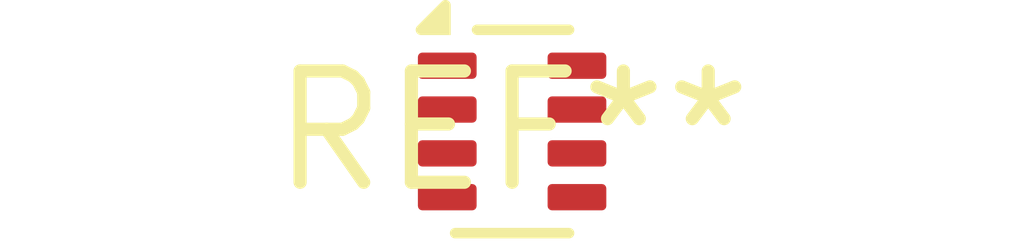
<source format=kicad_pcb>
(kicad_pcb (version 20240108) (generator pcbnew)
  (layers (0 "F.Cu" signal) (31 "B.Cu" signal) (34 "B.Paste" user) (35 "F.Paste" user) (36 "B.SilkS" user "B.Silkscreen") (37 "F.SilkS" user "F.Silkscreen") (38 "B.Mask" user) (39 "F.Mask" user) (44 "Edge.Cuts" user))
  (net 0 "")
  (footprint "SOT-583-8" (layer "F.Cu") (at 0 0)
    (property "Reference" "REF**")
    (property "Value" "SOT-583-8")
    (fp_line (start 0.65 -1.16) (end -0.4 -1.16) (layer "F.SilkS") (stroke (width 0.12)))
    (fp_line (start 0.65 1.16) (end -0.65 1.16) (layer "F.SilkS") (stroke (width 0.12)))
    (fp_poly (pts (xy -0.76 -1.16) (xy -1.04 -1.16) (xy -0.76 -1.44) (xy -0.76 -1.16)) (layer "F.SilkS") (stroke (width 0.12)) (fill solid))
    (pad "1" smd roundrect (at -0.74 -0.75) (size 0.67 0.3) (layers "F.Cu" "F.Paste" "F.Mask") (roundrect_rratio 0.1666666667))
    (pad "2" smd roundrect (at -0.74 -0.25) (size 0.67 0.3) (layers "F.Cu" "F.Paste" "F.Mask") (roundrect_rratio 0.1666666667))
    (pad "3" smd roundrect (at -0.74 0.25) (size 0.67 0.3) (layers "F.Cu" "F.Paste" "F.Mask") (roundrect_rratio 0.1666666667))
    (pad "4" smd roundrect (at -0.74 0.75) (size 0.67 0.3) (layers "F.Cu" "F.Paste" "F.Mask") (roundrect_rratio 0.1666666667))
    (pad "5" smd roundrect (at 0.74 0.75) (size 0.67 0.3) (layers "F.Cu" "F.Paste" "F.Mask") (roundrect_rratio 0.1666666667))
    (pad "6" smd roundrect (at 0.74 0.25) (size 0.67 0.3) (layers "F.Cu" "F.Paste" "F.Mask") (roundrect_rratio 0.1666666667))
    (pad "7" smd roundrect (at 0.74 -0.25) (size 0.67 0.3) (layers "F.Cu" "F.Paste" "F.Mask") (roundrect_rratio 0.1666666667))
    (pad "8" smd roundrect (at 0.74 -0.75) (size 0.67 0.3) (layers "F.Cu" "F.Paste" "F.Mask") (roundrect_rratio 0.1666666667))
  )
)
</source>
